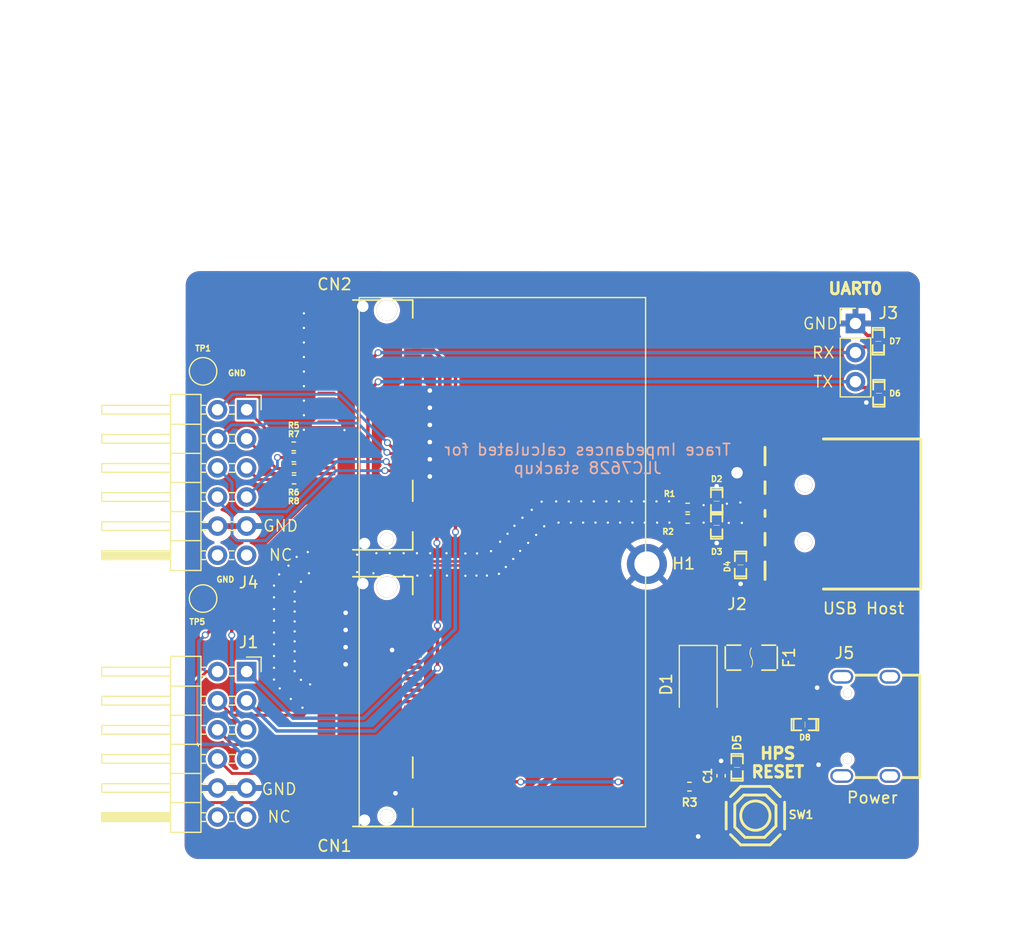
<source format=kicad_pcb>
(kicad_pcb (version 20211014) (generator pcbnew)
  (layers (0 "F.Cu" signal) (1 "In1.Cu" signal) (2 "In2.Cu" signal) (31 "B.Cu" signal) (34 "B.Paste" user) (35 "F.Paste" user) (36 "B.SilkS" user "B.Silkscreen") (37 "F.SilkS" user "F.Silkscreen") (38 "B.Mask" user) (39 "F.Mask" user) (44 "Edge.Cuts" user))
  (net 0 "")
  (net 1 "GND")
  (net 2 "/PB4")
  (net 3 "/PB5")
  (net 4 "/PB7")
  (net 5 "/PB3")
  (net 6 "/PB2")
  (net 7 "/PD19")
  (net 8 "/PB6")
  (net 9 "/PD14")
  (net 10 "/PD21")
  (net 11 "/PD20")
  (net 12 "/PD5")
  (net 13 "/PD22")
  (net 14 "/PD4")
  (net 15 "/PE0")
  (net 16 "/PD3")
  (net 17 "/PE2")
  (net 18 "/PD2")
  (net 19 "/PE1")
  (net 20 "/PE3")
  (net 21 "/PD1")
  (net 22 "/PE4")
  (net 23 "/PD0")
  (net 24 "/PE5")
  (net 25 "/PE7")
  (net 26 "/PD18")
  (net 27 "/PE6")
  (net 28 "/PD17")
  (net 29 "/PE8")
  (net 30 "/PD16")
  (net 31 "/PE9")
  (net 32 "/PD15")
  (net 33 "/PE15")
  (net 34 "/PC5")
  (net 35 "/PE14")
  (net 36 "/PC4")
  (net 37 "/PE16")
  (net 38 "/PC7")
  (net 39 "/PE17")
  (net 40 "/PC3")
  (net 41 "/PE12")
  (net 42 "/PE10")
  (net 43 "/PE11")
  (net 44 "/PE13")
  (net 45 "/PC2")
  (net 46 "/PC6")
  (net 47 "/SDCARD_D1")
  (net 48 "/SDCARD_D0")
  (net 49 "/SDCARD_D3")
  (net 50 "/SDCARD_D2")
  (net 51 "/SDCARD_CMD")
  (net 52 "/RESET")
  (net 53 "/SDCARD_SCK")
  (net 54 "/PG10")
  (net 56 "+5V")
  (net 57 "/PD9_IO_EN")
  (net 58 "/PD13_MISO")
  (net 59 "/PD8_OSD_EN")
  (net 60 "/PD12_MOSI")
  (net 61 "/PG3")
  (net 62 "/PG11")
  (net 63 "/PG4")
  (net 64 "/PG12")
  (net 65 "/PG2")
  (net 66 "/PG13")
  (net 67 "/PG1")
  (net 68 "/PG14")
  (net 69 "/PG0")
  (net 70 "/PG15")
  (net 71 "/PG5")
  (net 72 "/PG17")
  (net 73 "/PG18")
  (net 74 "/USB_HOST_P")
  (net 75 "/PG16")
  (net 76 "/USB_HOST_N")
  (net 77 "/AUDIO_FB")
  (net 78 "/AUDIO_DET")
  (net 79 "/AUDIO_OUT_R")
  (net 80 "/AUDIO_OUT_L")
  (net 81 "/AUDIO_BIAS")
  (net 82 "/PB12")
  (net 83 "/PD11_SCK")
  (net 84 "/PD7_FPGA_EN")
  (net 85 "/PD10_CS")
  (net 86 "/PD6_CORE_RESET")
  (net 87 "/PC0_UART2_TX")
  (net 88 "/PC1_UART2_RX")
  (net 89 "Net-(J4-Pad1)")
  (net 90 "Net-(J4-Pad2)")
  (net 91 "Net-(J4-Pad3)")
  (net 92 "Net-(J4-Pad4)")
  (net 115 "Net-(D1-Pad1)")
  (net 117 "/VBUS")
  (net 118 "/PB11_SDA")
  (net 119 "/PB10_SCL")
  (net 120 "/PB0_SCL")
  (net 121 "/PB1_SDA")
  (net 122 "/PB8_UART0_TX")
  (net 123 "/PB9_UART0_RX")
  (net 124 "Net-(C1-Pad1)")
  (net 125 "/D+")
  (net 126 "/D-")
  (net 127 "/PG6_UART1_TX")
  (net 128 "/PG7_UART1_RX")
  (net 129 "/PG9_UART1_CTS")
  (net 130 "/PG8_UART1_RTS")
  (footprint "TestPoint:TestPoint_Pad_D2.0mm" (layer "F.Cu") (at 116.078 79.502)
    (fp_text reference "TP1")
    (fp_text value "TestPoint")
  )
  (footprint "easyeda2kicad:SW-SMD_4P-L5.1-W5.1-P3.70-LS6.5-TL-2" (layer "F.Cu") (at 164.2884 118.2878)
    (fp_text reference "SW1")
    (fp_text value "TS-1187A-B-A-B")
  )
  (footprint "easyeda2kicad:D0402-BI" (layer "F.Cu") (at 162.9961 96.4094 -90)
    (fp_text reference "D4")
    (fp_text value "LXES15AAA1-133")
  )
  (footprint "easyeda2kicad:D0402-BI" (layer "F.Cu") (at 175.0711 81.4274 -90)
    (fp_text reference "D6")
    (fp_text value "LXES15AAA1-133")
  )
  (footprint "easyeda2kicad:CONN-SMD_67P-P0.50-V_NASB0-S6701-TS50" (layer "F.Cu") (at 130.6201 84.1824 90)
    (fp_text reference "CN2")
    (fp_text value "NASB0-S6701-TS50")
  )
  (footprint "Resistor_SMD:R_0402_1005Metric" (layer "F.Cu") (at 158.369 91.3994 180)
    (fp_text reference "R1")
    (fp_text value "22R")
  )
  (footprint "Diode_SMD:D_SMA" (layer "F.Cu") (at 159.2961 106.8324 -90)
    (fp_text reference "D1")
    (fp_text value "Schottky")
  )
  (footprint "easyeda2kicad:D0402-BI" (layer "F.Cu") (at 162.6874 114.0658 90)
    (fp_text reference "D5")
    (fp_text value "LXES15AAA1-133")
  )
  (footprint "easyeda2kicad:USB-A-SMD_GT-USB-2004-CWG1A" (layer "F.Cu") (at 166.1686 91.9094 90)
    (fp_text reference "J2")
    (fp_text value "USB_A")
  )
  (footprint "Resistor_SMD:R_0402_1005Metric" (layer "F.Cu") (at 123.9921 86.0552 180)
    (fp_text reference "R5")
    (fp_text value "47R")
  )
  (footprint "easyeda2kicad:USB-C_SMD-TYPE-C-31-M-12" (layer "F.Cu") (at 173.549 110.494 90)
    (fp_text reference "J5")
    (fp_text value "Connector_USB_C_Receptacle_USB2.0")
  )
  (footprint "pmod:Pmod 2x6" (layer "F.Cu") (at 119.8753 118.4148 180)
    (fp_text reference "J1")
    (fp_text value "Pmod")
  )
  (footprint "TestPoint:TestPoint_Pad_D2.0mm" (layer "F.Cu") (at 116.078 99.3394)
    (fp_text reference "TP5")
    (fp_text value "TestPoint")
  )
  (footprint "Symbols:OSHW-Symbol_6.7x6mm_SilkScreen" (layer "F.Cu") (at 120.269 75.184)
    (fp_text reference "N1" hide)
    (fp_text value "OHWLOGO" hide)
  )
  (footprint "easyeda2kicad:D0402-BI" (layer "F.Cu") (at 160.909 92.956 -90)
    (fp_text reference "D3")
    (fp_text value "LXES15AAA1-133")
  )
  (footprint "Resistor_SMD:R_0402_1005Metric" (layer "F.Cu") (at 124.0195 87.9856 180)
    (fp_text reference "R6")
    (fp_text value "47R")
  )
  (footprint "easyeda2kicad:F1206" (layer "F.Cu") (at 163.9294 104.4956 180)
    (fp_text reference "F1")
    (fp_text value "JK-NSMD050-30V")
  )
  (footprint "Resistor_SMD:R_0402_1005Metric" (layer "F.Cu") (at 158.5334 115.7578 180)
    (fp_text reference "R3")
    (fp_text value "100R")
  )
  (footprint "easyeda2kicad:D0402-BI" (layer "F.Cu") (at 160.909598 90.829099 90)
    (fp_text reference "D2")
    (fp_text value "LXES15AAA1-133")
  )
  (footprint "Connector_PinHeader_2.54mm:PinHeader_1x03_P2.54mm_Vertical" (layer "F.Cu") (at 173.0211 75.3274)
    (fp_text reference "J3")
    (fp_text value "Conn_01x03_Male")
  )
  (footprint "Capacitor_SMD:C_0402_1005Metric" (layer "F.Cu") (at 161.2934 114.8078 90)
    (fp_text reference "C1")
    (fp_text value "100nF")
  )
  (footprint "pmod:Pmod 2x6" (layer "F.Cu") (at 119.8753 95.5548 180)
    (fp_text reference "J4")
    (fp_text value "Pmod")
  )
  (footprint "easyeda2kicad:CONN-SMD_67P-P0.50-V_NASB0-S6701-TS50" (layer "F.Cu") (at 130.6201 108.3324 90)
    (fp_text reference "CN1")
    (fp_text value "NASB0-S6701-TS50")
  )
  (footprint "Resistor_SMD:R_0402_1005Metric" (layer "F.Cu") (at 158.379 92.3794 180)
    (fp_text reference "R2")
    (fp_text value "22R")
  )
  (footprint "Resistor_SMD:R_0402_1005Metric" (layer "F.Cu") (at 124.0195 88.9508)
    (fp_text reference "R8")
    (fp_text value "47R")
  )
  (footprint "MountingHole:MountingHole_2.2mm_M2_ISO7380_Pad_TopBottom" (layer "F.Cu") (at 154.8201 96.3224)
    (fp_text reference "H1")
    (fp_text value "MountingHole_Pad")
  )
  (footprint "easyeda2kicad:D0402-BI" (layer "F.Cu") (at 168.6087 110.3416 180)
    (fp_text reference "D8")
    (fp_text value "LXES15AAA1-133")
  )
  (footprint "easyeda2kicad:Sipeed Lichee" (layer "F.Cu") (at 129.7051 96.1644 -90)
    (fp_text reference "H2" hide)
    (fp_text value "Sipeed Lichee")
  )
  (footprint "easyeda2kicad:D0402-BI" (layer "F.Cu") (at 175.0211 76.8774 90)
    (fp_text reference "D7")
    (fp_text value "LXES15AAA1-133")
  )
  (footprint "Resistor_SMD:R_0402_1005Metric" (layer "F.Cu") (at 123.9941 87.0204)
    (fp_text reference "R7")
    (fp_text value "47R")
  )
  (gr_arc (start 177.594164 70.7904) (mid 178.353926 71.20359) (end 178.656636 72.013728) (layer "Edge.Cuts") (width 0.00254))
  (gr_line (start 177.594164 70.7904) (end 115.7701 70.7644) (layer "Edge.Cuts") (width 0.00254))
  (gr_arc (start 115.6701 122.0724) (mid 114.821572 121.720928) (end 114.4701 120.8724) (layer "Edge.Cuts") (width 0.00254))
  (gr_arc (start 178.543564 120.7911) (mid 178.199015 121.673253) (end 177.340164 122.0724) (layer "Edge.Cuts") (width 0.00254))
  (gr_line (start 177.340164 122.0724) (end 115.6701 122.0724) (layer "Edge.Cuts") (width 0.00254))
  (gr_line (start 114.4701 120.8724) (end 114.4701 119.5824) (layer "Edge.Cuts") (width 0.00254))
  (gr_line (start 178.543564 120.7911) (end 178.656636 72.013728) (layer "Edge.Cuts") (width 0.00254))
  (gr_line (start 114.568628 71.962928) (end 114.4701 119.5824) (layer "Edge.Cuts") (width 0.00254))
  (gr_arc (start 114.568628 71.962928) (mid 114.920698 71.114367) (end 115.7701 70.7644) (layer "Edge.Cuts") (width 0.00254))
  (gr_text "Trace Impedances calculated for\nJLC7628 stackup" (at 149.6441 87.1474) (layer "B.SilkS") (effects (font (size 1 1)) (justify mirror)))
  (gr_text "GND" (at 122.7201 115.9764) (layer "F.SilkS") (effects (font (size 1 1) (thickness 0.125))))
  (gr_text "UART0" (at 173.0121 72.2884) (layer "F.SilkS") (effects (font (size 1 1) (thickness 0.25))))
  (gr_text "HPS\nRESET" (at 166.243 113.665) (layer "F.SilkS") (effects (font (size 1 1) (thickness 0.25))))
  (gr_text "Power" (at 174.498 116.713) (layer "F.SilkS") (effects (font (size 1 1))))
  (gr_text "RX" (at 170.2181 77.8764) (layer "F.SilkS") (effects (font (size 1 1) (thickness 0.125))))
  (gr_text "GND" (at 122.8471 92.9894) (layer "F.SilkS") (effects (font (size 1 1) (thickness 0.125))))
  (gr_text "NC\n" (at 122.7201 118.3894) (layer "F.SilkS") (effects (font (size 1 1) (thickness 0.125))))
  (gr_text "GND" (at 169.9641 75.3364) (layer "F.SilkS") (effects (font (size 1 1) (thickness 0.125))))
  (gr_text "GND" (at 118.023276 97.67123) (layer "F.SilkS") (effects (font (size 0.5 0.5) (thickness 0.125))))
  (gr_text "NC\n" (at 122.8471 95.5294) (layer "F.SilkS") (effects (font (size 1 1) (thickness 0.125))))
  (gr_text "USB Host" (at 173.736 100.203) (layer "F.SilkS") (effects (font (size 1 1))))
  (gr_text "TX" (at 170.2181 80.4164) (layer "F.SilkS") (effects (font (size 1 1) (thickness 0.125))))
  (gr_text "GND" (at 119.0371 79.6544) (layer "F.SilkS") (effects (font (size 0.5 0.5) (thickness 0.125))))
  (segment (start 126.8501 98.7024) (end 127.5701 97.9824) (width 0.25) (layer "F.Cu") (net 1))
  (segment (start 169.6755 107.1158) (end 169.9537 107.394) (width 0.4) (layer "F.Cu") (net 1))
  (segment (start 161.2934 113.5078) (end 162.6294 113.5078) (width 0.25) (layer "F.Cu") (net 1))
  (segment (start 133.3701 116.8324) (end 132.8701 116.3324) (width 0.3) (layer "F.Cu") (net 1))
  (segment (start 134.4001 84.1824) (end 135.8701 84.1824) (width 0.25) (layer "F.Cu") (net 1))
  (segment (start 159.3234 120.1378) (end 159.2934 120.1078) (width 0.3) (layer "F.Cu") (net 1))
  (segment (start 134.4001 88.6824) (end 135.8701 88.6824) (width 0.25) (layer "F.Cu") (net 1))
  (segment (start 127.5701 118.6824) (end 130.1701 118.6824) (width 1) (layer "F.Cu") (net 1))
  (segment (start 126.8501 99.0824) (end 126.8501 98.7024) (width 0.25) (layer "F.Cu") (net 1))
  (segment (start 126.8501 100.5824) (end 128.5201 100.5824) (width 0.25) (layer "F.Cu") (net 1))
  (segment (start 174.0711 76.3774) (end 173.0211 75.3274) (width 0.3) (layer "F.Cu") (net 1))
  (segment (start 169.925686 113.8468) (end 170.178486 113.594) (width 0.4) (layer "F.Cu") (net 1))
  (segment (start 127.5701 73.8324) (end 130.0201 73.8324) (width 1) (layer "F.Cu") (net 1))
  (segment (start 126.8501 74.5524) (end 127.5701 73.8324) (width 0.25) (layer "F.Cu") (net 1))
  (segment (start 126.8501 105.0824) (end 128.5201 105.0824) (width 0.25) (layer "F.Cu") (net 1))
  (segment (start 127.5701 97.9824) (end 129.9701 97.9824) (width 1) (layer "F.Cu") (net 1))
  (segment (start 169.9537 107.394) (end 171.069 107.394) (width 0.4) (layer "F.Cu") (net 1))
  (segment (start 127.5701 94.5324) (end 130.1701 94.5324) (width 1) (layer "F.Cu") (net 1))
  (segment (start 160.9884 120.1378) (end 159.3234 120.1378) (width 0.3) (layer "F.Cu") (net 1))
  (segment (start 161.2934 114.3278) (end 161.2934 113.5078) (width 0.3) (layer "F.Cu") (net 1))
  (segment (start 170.178486 113.594) (end 171.069 113.594) (width 0.4) (layer "F.Cu") (net 1))
  (segment (start 126.8201 95.2824) (end 127.5701 94.5324) (width 0.25) (layer "F.Cu") (net 1))
  (segment (start 134.4001 85.6824) (end 135.8701 85.6824) (width 0.25) (layer "F.Cu") (net 1))
  (segment (start 125.3201 97.1324) (end 125.7681 96.8756) (width 0.25) (layer "F.Cu") (net 1))
  (segment (start 167.5884 120.1378) (end 160.9884 120.1378) (width 0.3) (layer "F.Cu") (net 1))
  (segment (start 125.2201 95.2824) (end 125.7681 95.6056) (width 0.25) (layer "F.Cu") (net 1))
  (segment (start 134.3901 82.6824) (end 135.8701 82.6824) (width 0.25) (layer "F.Cu") (net 1))
  (segment (start 169.8025 113.8468) (end 169.925686 113.8468) (width 0.4) (layer "F.Cu") (net 1))
  (segment (start 169.8053 113.844) (end 169.8025 113.8468) (width 0.4) (layer "F.Cu") (net 1))
  (segment (start 163.2061 88.3494) (end 165.2086 88.3494) (width 1) (layer "F.Cu") (net 1))
  (segment (start 134.4001 87.1824) (end 135.8701 87.1824) (width 0.25) (layer "F.Cu") (net 1))
  (segment (start 129.3749 96.8756) (end 130.0201 98.0324) (width 0.25) (layer "F.Cu") (net 1))
  (segment (start 169.7037 107.144) (end 169.6755 107.1158) (width 0.4) (layer "F.Cu") (net 1))
  (segment (start 171.069 107.144) (end 169.7037 107.144) (width 0.4) (layer "F.Cu") (net 1))
  (segment (start 129.9701 97.9824) (end 130.0201 98.0324) (width 1) (layer "F.Cu") (net 1))
  (segment (start 134.4001 116.3324) (end 132.8701 116.3324) (width 0.3) (layer "F.Cu") (net 1))
  (segment (start 162.687 88.3594) (end 163.2061 88.3494) (width 1) (layer "F.Cu") (net 1))
  (segment (start 128.2201 84.4324) (end 128.4201 84.6324) (width 0.25) (layer "F.Cu") (net 1))
  (segment (start 130.1369 95.6056) (end 131.2076 95.3824) (width 0.25) (layer "F.Cu") (net 1))
  (segment (start 125.7681 96.8756) (end 129.3749 96.8756) (width 0.25) (layer "F.Cu") (net 1))
  (segment (start 126.8401 102.0824) (end 128.5201 102.0824) (width 0.25) (layer "F.Cu") (net 1))
  (segment (start 175.0711 81.9274) (end 174.2711 81.9274) (width 0.25) (layer "F.Cu") (net 1))
  (segment (start 134.3901 81.1824) (end 135.8701 81.1824) (width 0.25) (layer "F.Cu") (net 1))
  (segment (start 126.8501 84.4324) (end 128.2201 84.4324) (width 0.25) (layer "F.Cu") (net 1))
  (segment (start 171.069 113.844) (end 169.8053 113.844) (width 0.4) (layer "F.Cu") (net 1))
  (segment (start 125.7681 95.6056) (end 130.1369 95.6056) (width 0.25) (layer "F.Cu") (net 1))
  (segment (start 171.069 107.144) (end 171.069 107.394) (width 0.4) (layer "F.Cu") (net 1))
  (segment (start 126.8501 103.5824) (end 128.5201 103.5824) (width 0.25) (layer "F.Cu") (net 1))
  (segment (start 125.2201 95.2824) (end 126.8201 95.2824) (width 0.25) (layer "F.Cu") (net 1))
  (segment (start 134.3901 103.8324) (end 132.5753 103.8324) (width 0.25) (layer "F.Cu") (net 1))
  (segment (start 175.0211 76.3774) (end 174.0711 76.3774) (width 0.3) (layer "F.Cu") (net 1))
  (segment (start 162.6294 113.5078) (end 162.6874 113.5658) (width 0.25) (layer "F.Cu") (net 1))
  (segment (start 134.4001 116.8324) (end 133.3701 116.8324) (width 0.3) (layer "F.Cu") (net 1))
  (segment (start 126.8501 74.9324) (end 126.8501 74.5524) (width 0.25) (layer "F.Cu") (net 1))
  (segment (start 174.2711 81.9274) (end 173.9711 82.2274) (width 0.25) (layer "F.Cu") (net 1))
  (via (at 137.3251 95.3824) (size 0.45) (drill 0.2) (layers "F.Cu" "B.Cu") (net 1))
  (via (at 133.5826 95.3824) (size 0.45) (drill 0.2) (layers "F.Cu" "B.Cu") (net 1))
  (via (at 122.2701 103.3324) (size 0.45) (drill 0.2) (layers "F.Cu" "B.Cu") (net 1))
  (via (at 124.6201 97.8824) (size 0.45) (drill 0.2) (layers "F.Cu" "B.Cu") (net 1))
  (via (at 140.8557 97.3324) (size 0.45) (drill 0.2) (layers "F.Cu" "B.Cu") (net 1))
  (via (at 150.184427 90.8608) (size 0.45) (drill 0.2) (layers "F.Cu" "B.Cu") (net 1))
  (via (at 155.656972 90.8608) (size 0.45) (drill 0.2) (layers "F.Cu" "B.Cu") (net 1))
  (via (at 124.6201 106.4324) (size 0.45) (drill 0.2) (layers "F.Cu" "B.Cu") (net 1))
  (via (at 163.1061 92.7354) (size 0.45) (drill 0.2) (layers "F.Cu" "B.Cu") (net 1))
  (via (at 160.909 94.488) (size 0.6) (drill 0.4) (layers "F.Cu" "B.Cu") (net 1))
  (via (at 148.180136 92.71) (size 0.45) (drill 0.2) (layers "F.Cu" "B.Cu") (net 1))
  (via (at 124.8791 74.4474) (size 0.45) (drill 0.2) (layers "F.Cu" "B.Cu") (net 1))
  (via (at 155.712388 92.71) (size 0.45) (drill 0.2) (layers "F.Cu" "B.Cu") (net 1))
  (via (at 125.2201 95.2824) (size 0.45) (drill 0.2) (layers "F.Cu" "B.Cu") (net 1))
  (via (at 135.8701 87.1824) (size 0.6) (drill 0.4) (layers "F.Cu" "B.Cu") (net 1))
  (via (at 135.8701 88.6824) (size 0.6) (drill 0.4) (layers "F.Cu" "B.Cu") (net 1))
  (via (at 134.7826 97.3324) (size 0.45) (drill 0.2) (layers "F.Cu" "B.Cu") (net 1))
  (via (at 162.9961 98.0594) (size 0.6) (drill 0.4) (layers "F.Cu" "B.Cu") (net 1))
  (via (at 124.8791 83.3374) (size 0.45) (drill 0.2) (layers "F.Cu" "B.Cu") (net 1))
  (via (at 159.766 91.186) (size 0.45) (drill 0.2) (layers "F.Cu" "B.Cu") (net 1))
  (via (at 132.3701 95.3824) (size 0.45) (drill 0.2) (layers "F.Cu" "B.Cu") (net 1))
  (via (at 124.0701 98.7324) (size 0.45) (drill 0.2) (layers "F.Cu" "B.Cu") (net 1))
  (via (at 156.788424 92.71) (size 0.45) (drill 0.2) (layers "F.Cu" "B.Cu") (net 1))
  (via (at 124.7521 108.8644) (size 0.45) (drill 0.2) (layers "F.Cu" "B.Cu") (net 1))
  (via (at 143.154758 95.883) (size 0.45) (drill 0.2) (layers "F.Cu" "B.Cu") (net 1))
  (via (at 122.7701 107.1824) (size 0.45) (drill 0.2) (layers "F.Cu" "B.Cu") (net 1))
  (via (at 130.0201 98.0324) (size 1.3) (drill 1) (layers "F.Cu" "B.Cu") (net 1))
  (via (at 124.0701 100.4699) (size 0.45) (drill 0.2) (layers "F.Cu" "B.Cu") (net 1))
  (via (at 159.766 92.71) (size 0.45) (drill 0.2) (layers "F.Cu" "B.Cu") (net 1))
  (via (at 161.9641 92.7354) (size 0.45) (drill 0.2) (layers "F.Cu" "B.Cu") (net 1))
  (via (at 144.7673 91.5924) (size 0.45) (drill 0.2) (layers "F.Cu" "B.Cu") (net 1))
  (via (at 122.2701 99.2324) (size 0.45) (drill 0.2) (layers "F.Cu" "B.Cu") (net 1))
  (via (at 124.0701 103.07615) (size 0.45) (drill 0.2) (layers "F.Cu" "B.Cu") (net 1))
  (via (at 125.3201 97.1324) (size 0.45) (drill 0.2) (layers "F.Cu" "B.Cu") (net 1))
  (via (at 144.454758 94.483) (size 0.45) (drill 0.2) (layers "F.Cu" "B.Cu") (net 1))
  (via (at 156.751481 90.8608) (size 0.45) (drill 0.2) (layers "F.Cu" "B.Cu") (net 1))
  (via (at 145.854758 93.033) (size 0.45) (drill 0.2) (layers "F.Cu" "B.Cu") (net 1))
  (via (at 124.0701 101.33865) (size 0.45) (drill 0.2) (layers "F.Cu" "B.Cu") (net 1))
  (via (at 137.3626 97.3324) (size 0.45) (drill 0.2) (layers "F.Cu" "B.Cu") (net 1))
  (via (at 124.0701 99.60115) (size 0.45) (drill 0.2) (layers "F.Cu" "B.Cu") (net 1))
  (via (at 147.1041 92.71) (size 0.45) (drill 0.2) (layers "F.Cu" "B.Cu") (net 1))
  (via (at 162.687 88.3594) (size 1.3) (drill 1) (layers "F.Cu" "B.Cu") (net 1))
  (via (at 135.8701 81.1824) (size 0.6) (drill 0.4) (layers "F.Cu" "B.Cu") (net 1))
  (via (at 124.0701 105.6824) (size 0.45) (drill 0.2) (layers "F.Cu" "B.Cu") (net 1))
  (via (at 153.467954 90.8608) (size 0.45) (drill 0.2) (layers "F.Cu" "B.Cu") (net 1))
  (via (at 124.8791 84.6074) (size 0.45) (drill 0.2) (layers "F.Cu" "B.Cu") (net 1))
  (via (at 128.5201 100.5824) (size 0.6) (drill 0.4) (layers "F.Cu" "B.Cu") (net 1))
  (via (at 124.8791 82.0674) (size 0.45) (drill 0.2) (layers "F.Cu" "B.Cu") (net 1))
  (via (at 141.904758 97.183) (size 0.45) (drill 0.2) (layers "F.Cu" "B.Cu") (net 1))
  (via (at 150.332208 92.71) (size 0.45) (drill 0.2) (layers "F.Cu" "B.Cu") (net 1))
  (via (at 124.8791 75.7174) (size 0.45) (drill 0.2) (layers "F.Cu" "B.Cu") (net 1))
  (via (at 124.0701 104.81365) (size 0.45) (drill 0.2) (layers "F.Cu" "B.Cu") (net 1))
  (via (at 132.8701 116.3324) (size 0.6) (drill 0.4) (layers "F.Cu" "B.Cu") (net 1))
  (via (at 161.2934 113.5078) (size 0.6) (drill 0.4) (layers "F.Cu" "B.Cu") (net 1))
  (via (at 135.8701 82.6824) (size 0.6) (drill 0.4) (layers "F.Cu" "B.Cu") (net 1))
  (via (at 130.1701 94.5324) (size 1.3) (drill 1) (layers "F.Cu" "B.Cu") (net 1))
  (via (at 134.7451 95.3824) (size 0.45) (drill 0.2) (layers "F.Cu" "B.Cu") (net 1))
  (via (at 128.4201 84.6324) (size 0.45) (drill 0.2) (layers "F.Cu" "B.Cu") (net 1))
  (via (at 169.8025 113.8468) (size 0.6) (drill 0.4) (layers "F.Cu" "B.Cu") (net 1))
  (via (at 124.0701 102.2074) (size 0.45) (drill 0.2) (layers "F.Cu" "B.Cu") (net 1))
  (via (at 160.909 89.535) (size 0.6) (drill 0.4) (layers "F.Cu" "B.Cu") (net 1))
  (via (at 149.256172 92.71) (size 0.45) (drill 0.2) (layers "F.Cu" "B.Cu") (net 1))
  (via (at 138.9761 97.3524) (size 0.45) (drill 0.2) (layers "F.Cu" "B.Cu") (net 1))
  (via (at 143.254758 92.983) (size 0.45) (drill 0.2) (layers "F.Cu" "B.Cu") (net 1))
  (via (at 122.2701 98.2074) (size 0.45) (drill 0.2) (layers "F.Cu" "B.Cu") (net 1))
  (via (at 143.954758 92.283) (size 0.45) (drill 0.2) (layers "F.Cu" "B.Cu") (net 1))
  (via (at 124.2441 95.7072) (size 0.45) (drill 0.2) (layers "F.Cu" "B.Cu") (net 1))
  (via (at 128.5201 102.0824) (size 0.6) (drill 0.4) (layers "F.Cu" "B.Cu") (net 1))
  (via (at 142.654758 93.683) (size 0.45) (drill 0.2) (layers "F.Cu" "B.Cu") (net 1))
  (via (at 122.2701 104.3574) (size 0.45) (drill 0.2) (layers "F.Cu" "B.Cu") (net 1))
  (via (at 122.2701 101.2824) (size 0.45) (drill 0.2) (layers "F.Cu" "B.Cu") (net 1))
  (via (at 149.089918 90.8608) (size 0.45) (drill 0.2) (layers "F.Cu" "B.Cu") (net 1))
  (via (at 152.373445 90.8608) (size 0.45) (drill 0.2) (layers "F.Cu" "B.Cu") (net 1))
  (via (at 141.2113 95.1992) (size 0.45) (drill 0.2) (layers "F.Cu" "B.Cu") (net 1))
  (via (at 128.5201 105.0824) (size 0.6) (drill 0.4) (layers "F.Cu" "B.Cu") (net 1))
  (via (at 130.0201 73.8324) (size 1.3) (drill 1) (layers "F.Cu" "B.Cu") (net 1))
  (via (at 143.754758 95.183) (size 0.45) (drill 0.2) (layers "F.Cu" "B.Cu") (net 1))
  (via (at 135.8701 84.1824) (size 0.6) (drill 0.4) (layers "F.Cu" "B.Cu") (net 1))
  (via (at 132.5753 103.8324) (size 0.6) (drill 0.4) (layers "F.Cu" "B.Cu") (net 1))
  (via (at 142.504758 96.583) (size 0.45) (drill 0.2) (layers "F.Cu" "B.Cu") (net 1))
  (via (at 145.6309 90.8812) (size 0.45) (drill 0.2) (layers "F.Cu" "B.Cu") (net 1))
  (via (at 154.636352 92.71) (size 0.45) (drill 0.2) (layers "F.Cu" "B.Cu") (net 1))
  (via (at 147.995409 90.8608) (size 0.45) (drill 0.2) (layers "F.Cu" "B.Cu") (net 1))
  (via (at 122.2701 106.4074) (size 0.45) (drill 0.2) (layers "F.Cu" "B.Cu") (net 1))
  (via (at 133.6201 97.3324) (size 0.45) (drill 0.2) (layers "F.Cu" "B.Cu") (net 1))
  (via (at 131.2076 95.3824) (size 0.45) (drill 0.2) (layers "F.Cu" "B.Cu") (net 1))
  (via (at 153.560316 92.71) (size 0.45) (drill 0.2) (layers "F.Cu" "B.Cu") (net 1))
  (via (at 128.5201 103.5824) (size 0.6) (drill 0.4) (layers "F.Cu" "B.Cu") (net 1))
  (via (at 152.48428 92.71) (size 0.45) (drill 0.2) (layers "F.Cu" "B.Cu") (net 1))
  (via (at 130.1701 118.6824) (size 1.3) (drill 1) (layers "F.Cu" "B.Cu") (net 1))
  (via (at 122.2701 105.3824) (size 0.45) (drill 0.2) (layers "F.Cu" "B.Cu") (net 1))
  (via (at 151.278936 90.8608) (size 0.45) (drill 0.2) (layers "F.Cu" "B.Cu") (net 1))
  (via (at 129.5273 97.028) (size 0.45) (drill 0.2) (layers "F.Cu" "B.Cu") (net 1))
  (via (at 124.8791 80.7974) (size 0.45) (drill 0.2) (layers "F.Cu" "B.Cu") (net 1))
  (via (at 124.8791 79.5274) (size 0.45) (drill 0.2) (layers "F.Cu" "B.Cu") (net 1))
  (via (at 123.7361 108.1024) (size 0.45) (drill 0.2) (layers "F.Cu" "B.Cu") (net 1))
  (via (at 135.8701 85.6824) (size 0.6) (drill 0.4) (layers "F.Cu" "B.Cu") (net 1))
  (via (at 135.9451 97.3324) (size 0.45) (drill 0.2) (layers "F.Cu" "B.Cu") (net 1))
  (via (at 138.9761 95.4024) (size 0.45) (drill 0.2) (layers "F.Cu" "B.Cu") (net 1))
  (via (at 130.9497 97.1296) (size 0.45) (drill 0.2) (layers "F.Cu" "B.Cu") (net 1))
  (via (at 129.5273 95.504) (size 0.45) (drill 0.2) (layers "F.Cu" "B.Cu") (net 1))
  (via (at 142.004758 94.383) (size 0.45) (drill 0.2) (layers "F.Cu" "B.Cu") (net 1))
  (via (at 125.4201 106.8324) (size 0.45) (drill 0.2) (layers "F.Cu" "B.Cu") (net 1))
  (via (at 123.5329 96.4692) (size 0.45) (drill 0.2) (layers "F.Cu" "B.Cu") (net 1))
  (via (at 169.6755 107.1158) (size 0.6) (drill 0.4) (layers "F.Cu" "B.Cu") (net 1))
  (via (at 146.9009 90.8608) (size 0.45) (drill 0.2) (layers "F.Cu" "B.Cu") (net 1))
  (via (at 173.9711 82.2274) (size 0.6) (drill 0.4) (layers "F.Cu" "B.Cu") (net 1))
  (via (at 124.8791 76.9874) (size 0.45) (drill 0.2) (layers "F.Cu" "B.Cu") (net 1))
  (via (at 124.8791 78.2574) (size 0.45) (drill 0.2) (layers "F.Cu" "B.Cu") (net 1))
  (via (at 139.9921 95.4024) (size 0.45) (drill 0.2) (layers "F.Cu" "B.Cu") (net 1))
  (via (at 159.2934 120.1078) (size 0.6) (drill 0.4) (layers "F.Cu" "B.Cu") (net 1))
  (via (at 122.2701 100.2574) (size 0.45) (drill 0.2) (layers "F.Cu" "B.Cu") (net 1))
  (via (at 124.0701 103.9449) (size 0.45) (drill 0.2) (layers "F.Cu" "B.Cu") (net 1))
  (via (at 161.798 91.059) (size 0.45) (drill 0.2) (layers "F.Cu" "B.Cu") (net 1))
  (via (at 154.562463 90.8608) (size 0.45) (drill 0.2) (layers "F.Cu" "B.Cu") (net 1))
  (via (at 139.9413 97.3324) (size 0.45) (drill 0.2) (layers "F.Cu" "B.Cu") (net 1))
  (via (at 145.154758 93.783) (size 0.45) (drill 0.2) (layers "F.Cu" "B.Cu") (net 1))
  (via (at 151.408244 92.71) (size 0.45) (drill 0.2) (layers "F.Cu" "B.Cu") (net 1))
  (via (at 122.2701 102.3074) (size 0.45) (drill 0.2) (layers "F.Cu" "B.Cu") (net 1))
  (via (at 122.7201 97.2312) (size 0.45) (drill 0.2) (layers "F.Cu" "B.Cu") (net 1))
  (via (at 162.9761 90.9574) (size 0.45) (drill 0.2) (layers "F.Cu" "B.Cu") (net 1))
  (via (at 135.9076 95.3824) (size 0.45) (drill 0.2) (layers "F.Cu" "B.Cu") (net 1))
  (segment (start 157.607 115.3414) (end 158.0234 115.7578) (width 0.4) (layer "F.Cu") (net 52))
  (segment (start 152.3111 115.3414) (end 157.607 115.3414) (width 0.4) (layer "F.Cu") (net 52))
  (segment (start 143.7931 115.3324) (end 143.8021 115.3414) (width 0.3) (layer "F.Cu") (net 52))
  (segment (start 134.4001 115.3324) (end 143.7931 115.3324) (width 0.3) (layer "F.Cu") (net 52))
  (via (at 143.8021 115.3414) (size 0.6) (drill 0.4) (layers "F.Cu" "B.Cu") (net 52))
  (via (at 152.3111 115.3414) (size 0.6) (drill 0.4) (layers "F.Cu" "B.Cu") (net 52))
  (segment (start 143.8021 115.3414) (end 152.3111 115.3414) (width 0.3) (layer "B.Cu") (net 52))
  (segment (start 136.7761 117.3324) (end 137.0701 117.3324) (width 0.3) (layer "F.Cu") (net 56))
  (segment (start 169.9041 113.034) (end 168.9603 112.0902) (width 0.4) (layer "F.Cu") (net 56))
  (segment (start 137.0951 117.3074) (end 136.8701 117.5324) (width 0.3) (layer "F.Cu") (net 56))
  (segment (start 169.3915 107.984) (end 171.029 107.984) (width 0.4) (layer "F.Cu") (net 56))
  (segment (start 161.544 109.22) (end 161.7411 109.0229) (width 0.4) (layer "F.Cu") (net 56))
  (segment (start 159.6837 109.22) (end 161.544 109.22) (width 0.4) (layer "F.Cu") (net 56))
  (segment (start 152.4701 108.8324) (end 159.2961 108.8324) (width 0.6) (layer "F.Cu") (net 56))
  (segment (start 169.3915 107.984) (end 169.3915 112.1465) (width 0.4) (layer "F.Cu") (net 56))
  (segment (start 162.4544 108.3524) (end 161.544 109.22) (width 0.4) (layer "F.Cu") (net 56))
  (segment (start 168.9603 112.0902) (end 168.9603 108.204) (width 0.4) (layer "F.Cu") (net 56))
  (segment (start 161.3917 108.8324) (end 162.37551 107.980935) (width 0.4) (layer "F.Cu") (net 56))
  (segment (start 169.1461 111.6156) (end 169.1929 111.6624) (width 0.4) (layer "F.Cu") (net 56))
  (segment (start 169.1461 108.204) (end 169.1461 111.6156) (width 0.4) (layer "F.Cu") (net 56))
  (segment (start 170.029 112.784) (end 171.069 112.784) (width 0.4) (layer "F.Cu") (net 56))
  (segment (start 162.37551 107.980935) (end 169.3915 107.984) (width 0.4) (layer "F.Cu") (net 56))
  (segment (start 137.0701 117.3324) (end 137.0951 117.3074) (width 0.3) (layer "F.Cu") (net 56))
  (segment (start 169.3915 112.1465) (end 169.3915 112.115) (width 0.4) (layer "F.Cu") (net 56))
  (segment (start 143.9701 117.3324) (end 152.4701 108.8324) (width 0.6) (layer "F.Cu") (net 56))
  (segment (start 171.069 108.204) (end 169.1461 108.204) (width 0.4) (layer "F.Cu") (net 56))
  (segment (start 134.4001 117.3324) (end 136.7761 117.3324) (width 0.3) (layer "F.Cu") (net 56))
  (segment (start 159.2961 108.8324) (end 161.3917 108.8324) (width 0.4) (layer "F.Cu") (net 56))
  (segment (start 169.9341 113.004) (end 169.9041 113.034) (width 0.4) (layer "F.Cu") (net 56))
  (segment (start 161.544 109.22) (end 161.7411 108.8324) (width 0.4) (layer "F.Cu") (net 56))
  (segment (start 169.1461 108.204) (end 168.9603 108.204) (width 0.4) (layer "F.Cu") (net 56))
  (segment (start 169.3915 112.1465) (end 170.029 112.784) (width 0.4) (layer "F.Cu") (net 56))
  (segment (start 159.2961 108.8324) (end 159.6837 109.22) (width 0.4) (layer "F.Cu") (net 56))
  (segment (start 171.069 113.004) (end 169.9341 113.004) (width 0.4) (layer "F.Cu") (net 56))
  (segment (start 168.9603 108.204) (end 162.179 108.204) (width 0.4) (layer "F.Cu") (net 56))
  (segment (start 169.3915 112.115) (end 169.1929 111.9164) (width 0.4) (layer "F.Cu") (net 56))
  (segment (start 136.7761 117.3324) (end 143.9701 117.3324) (width 0.6) (layer "F.Cu") (net 56))
  (segment (start 136.8701 117.5324) (end 133.7701 117.5324) (width 0.3) (layer "F.Cu") (net 56))
  (segment (start 134.4001 88.1824) (end 131.958325 88.1824) (width 0.25) (layer "F.Cu") (net 57))
  (segment (start 131.958325 88.1824) (end 131.94853 88.172605) (width 0.25) (layer "F.Cu") (net 57))
  (via (at 131.94853 88.172605) (size 0.6) (drill 0.4) (layers "F.Cu" "B.Cu") (net 57))
  (segment (start 119.0117 94.2848) (end 118.6053 93.8784) (width 0.25) (layer "B.Cu") (net 57))
  (segment (start 117.3353 90.7796) (end 117.3353 90.4748) (width 0.25) (layer "B.Cu") (net 57))
  (segment (start 118.6053 93.8784) (end 118.6053 92.0496) (width 0.25) (layer "B.Cu") (net 57))
  (segment (start 118.6053 92.0496) (end 117.3353 90.7796) (width 0.25) (layer "B.Cu") (net 57))
  (segment (start 127.680629 88.172605) (end 124.108434 91.7448) (width 0.25) (layer "B.Cu") (net 57))
  (segment (start 124.108434 91.7448) (end 124.0917 91.7448) (width 0.25) (layer "B.Cu") (net 57))
  (segment (start 131.94853 88.172605) (end 127.680629 88.172605) (width 0.25) (layer "B.Cu") (net 57))
  (segment (start 124.0917 91.7448) (end 121.5517 94.2848) (width 0.25) (layer "B.Cu") (net 57))
  (segment (start 121.5517 94.2848) (end 119.0117 94.2848) (width 0.25) (layer "B.Cu") (net 57))
  (segment (start 126.8501 87.9324) (end 125.8251 87.9324) (width 0.25) (layer "F.Cu") (net 58))
  (segment (start 125.8251 87.9324) (end 124.8067 88.9508) (width 0.25) (layer "F.Cu") (net 58))
  (segment (start 124.8067 88.9508) (end 124.5295 88.9508) (width 0.25) (layer "F.Cu") (net 58))
  (segment (start 134.4001 87.6824) (end 132.3701 87.6824) (width 0.25) (layer "F.Cu") (net 59))
  (segment (start 132.3701 87.6824) (end 132.0701 87.3824) (width 0.25) (layer "F.Cu") (net 59))
  (via (at 132.0701 87.3824) (size 0.6) (drill 0.4) (layers "F.Cu" "B.Cu") (net 59))
  (segment (start 118.6053 89.2048) (end 117.3353 87.9348) (width 0.25) (layer "B.Cu") (net 59))
  (segment (start 132.0701 87.3824) (end 127.7429 87.3824) (width 0.25) (layer "B.Cu") (net 59))
  (segment (start 123.3805 91.7448) (end 119.0625 91.7448) (width 0.25) (layer "B.Cu") (net 59))
  (segment (start 119.0625 91.7448) (end 118.6053 91.2876) (width 0.25) (layer "B.Cu") (net 59))
  (segment (start 127.7429 87.3824) (end 123.3805 91.7448) (width 0.25) (layer "B.Cu") (net 59))
  (segment (start 118.6053 91.2876) (end 118.6053 89.2048) (width 0.25) (layer "B.Cu") (net 59))
  (segment (start 125.0883 87.4268) (end 124.5295 87.9856) (width 0.25) (layer "F.Cu") (net 60))
  (segment (start 125.7895 87.4268) (end 125.0883 87.4268) (width 0.25) (layer "F.Cu") (net 60))
  (segment (start 126.8501 87.4324) (end 125.7951 87.4324) (width 0.25) (layer "F.Cu") (net 60))
  (segment (start 125.7951 87.4324) (end 125.7895 87.4268) (width 0.25) (layer "F.Cu") (net 60))
  (segment (start 157.55 91.7084) (end 157.859 91.3994) (width 0.225) (layer "F.Cu") (net 74))
  (segment (start 124.657198 108.0084) (end 123.0041 106.355302) (width 0.225) (layer "F.Cu") (net 74))
  (segment (start 123.0041 97.979498) (end 124.887198 96.0964) (width 0.225) (layer "F.Cu") (net 74))
  (segment (start 126.8501 108.0824) (end 125.687599 108.0824) (width 0.225) (layer "F.Cu") (net 74))
  (segment (start 125.687599 108.0824) (end 125.613599 108.0084) (width 0.225) (layer "F.Cu") (net 74))
  (segment (start 141.335198 96.0964) (end 145.723198 91.7084) (width 0.225) (layer "F.Cu") (net 74))
  (segment (start 124.887198 96.0964) (end 141.335198 96.0964) (width 0.225) (layer "F.Cu") (net 74))
  (segment (start 145.723198 91.7084) (end 157.55 91.7084) (width 0.225) (layer "F.Cu") (net 74))
  (segment (start 125.613599 108.0084) (end 124.657198 108.0084) (width 0.225) (layer "F.Cu") (net 74))
  (segment (start 123.0041 106.355302) (end 123.0041 97.979498) (width 0.225) (layer "F.Cu") (net 74))
  (segment (start 157.55 92.0604) (end 157.869 92.3794) (width 0.225) (layer "F.Cu") (net 76))
  (segment (start 145.869002 92.0604) (end 157.55 92.0604) (width 0.225) (layer "F.Cu") (net 76))
  (segment (start 123.3561 106.209498) (end 123.3561 98.125302) (width 0.225) (layer "F.Cu") (net 76))
  (segment (start 126.8501 107.5824) (end 125.687599 107.5824) (width 0.225) (layer "F.Cu") (net 76))
  (segment (start 125.613599 107.6564) (end 124.803002 107.6564) (width 0.225) (layer "F.Cu") (net 76))
  (segment (start 124.803002 107.6564) (end 123.3561 106.209498) (width 0.225) (layer "F.Cu") (net 76))
  (segment (start 125.033002 96.4484) (end 141.481002 96.4484) (width 0.225) (layer "F.Cu") (net 76))
  (segment (start 141.481002 96.4484) (end 145.869002 92.0604) (width 0.225) (layer "F.Cu") (net 76))
  (segment (start 123.3561 98.125302) (end 125.033002 96.4484) (width 0.225) (layer "F.Cu") (net 76))
  (segment (start 125.687599 107.5824) (end 125.613599 107.6564) (width 0.225) (layer "F.Cu") (net 76))
  (segment (start 126.8501 86.9324) (end 124.5921 86.9324) (width 0.25) (layer "F.Cu") (net 83))
  (segment (start 124.5921 86.9324) (end 124.5041 87.0204) (width 0.25) (layer "F.Cu") (net 83))
  (segment (start 134.4001 86.6824) (end 132.236922 86.6824) (width 0.25) (layer "F.Cu") (net 84))
  (segment (start 132.236922 86.6824) (end 132.128511 86.573989) (width 0.25) (layer "F.Cu") (net 84))
  (via (at 132.128511 86.573989) (size 0.6) (drill 0.4) (layers "F.Cu" "B.Cu") (net 84))
  (segment (start 132.128511 86.573989) (end 129.577722 84.0232) (width 0.25) (layer "B.Cu") (net 84))
  (segment (start 121.5517 84.0232) (end 121.3993 84.1756) (width 0.25) (layer "B.Cu") (net 84))
  (segment (start 118.5545 84.1756) (end 117.3353 85.3948) (width 0.25) (layer "B.Cu") (net 84))
  (segment (start 129.577722 84.0232) (end 121.5517 84.0232) (width 0.25) (layer "B.Cu") (net 84))
  (segment (start 121.3993 84.1756) (end 118.5545 84.1756) (width 0.25) (layer "B.Cu") (net 84))
  (segment (start 124.8793 86.4324) (end 124.5021 86.0552) (width 0.25) (layer "F.Cu") (net 85))
  (segment (start 126.8501 86.4324) (end 124.8793 86.4324) (width 0.25) (layer "F.Cu") (net 85))
  (segment (start 132.6201 86.1824) (end 132.1701 85.7324) (width 0.25) (layer "F.Cu") (net 86))
  (segment (start 134.4001 86.1824) (end 132.6201 86.1824) (width 0.25) (layer "F.Cu") (net 86))
  (via (at 132.1701 85.7324) (size 0.6) (drill 0.4) (layers "F.Cu" "B.Cu") (net 86))
  (segment (start 127.9515 81.5138) (end 118.6763 81.5138) (width 0.25) (layer "B.Cu") (net 86))
  (segment (start 132.1701 85.7324) (end 127.9515 81.5138) (width 0.25) (layer "B.Cu") (net 86))
  (segment (start 118.6763 81.5138) (end 117.3353 82.8548) (width 0.25) (layer "B.Cu") (net 86))
  (segment (start 138.1125 79.6036) (end 138.1125 93.5228) (width 0.3) (layer "F.Cu") (net 87))
  (segment (start 134.3901 77.6824) (end 136.1913 77.6824) (width 0.3) (layer "F.Cu") (net 87))
  (segment (start 136.1913 77.6824) (end 138.1125 79.6036) (width 0.3) (layer "F.Cu") (net 87))
  (via (at 138.1125 93.5228) (size 0.6) (drill 0.4) (layers "F.Cu" "B.Cu") (net 87))
  (segment (start 138.0871 102.0064) (end 130.0861 109.7788) (width 0.3) (layer "B.Cu") (net 87))
  (segment (start 123.9393 109.7788) (end 119.8753 105.7148) (width 0.3) (layer "B.Cu") (net 87))
  (segment (start 138.0871 93.5482) (end 138.1125 93.5228) (width 0.3) (layer "B.Cu") (net 87))
  (segment (start 138.0871 102.0064) (end 138.0871 93.5482) (width 0.3) (layer "B.Cu") (net 87))
  (segment (start 130.0861 109.7788) (end 123.9393 109.7788) (width 0.3) (layer "B.Cu") (net 87))
  (segment (start 136.7409 93.5228) (end 136.4869 93.7768) (width 0.3) (layer "F.Cu") (net 88))
  (segment (start 135.5657 78.6824) (end 136.7409 79.8576) (width 0.3) (layer "F.Cu") (net 88))
  (segment (start 136.7409 79.8576) (end 136.7409 93.5228) (width 0.3) (layer "F.Cu") (net 88))
  (segment (start 134.3901 78.6824) (end 135.5657 78.6824) (width 0.3) (layer "F.Cu") (net 88))
  (segment (start 136.5377 101.7016) (end 136.5377 105.41) (width 0.3) (layer "F.Cu") (net 88))
  (segment (start 136.4869 93.7768) (end 136.4869 94.488) (width 0.3) (layer "F.Cu") (net 88))
  (via (at 136.5377 101.7016) (size 0.6) (drill 0.4) (layers "F.Cu" "B.Cu") (net 88))
  (via (at 136.5377 105.41) (size 0.6) (drill 0.4) (layers "F.Cu" "B.Cu") (net 88))
  (via (at 136.4869 94.488) (size 0.6) (drill 0.4) (layers "F.Cu" "B.Cu") (net 88))
  (segment (start 136.5377 105.41) (end 131.0513 110.8964) (width 0.3) (layer "B.Cu") (net 88))
  (segment (start 122.5169 110.8964) (end 119.8753 108.2548) (width 0.3) (layer "B.Cu") (net 88))
  (segment (start 136.5377 94.5388) (end 136.4869 94.488) (width 0.3) (layer "B.Cu") (net 88))
  (segment (start 131.0513 110.8964) (end 122.5169 110.8964) (width 0.3) (layer "B.Cu") (net 88))
  (segment (start 136.5377 101.7016) (end 136.5377 94.5388) (width 0.3) (layer "B.Cu") (net 88))
  (segment (start 123.4821 86.0552) (end 123.0757 86.0552) (width 0.25) (layer "F.Cu") (net 89))
  (segment (start 123.0757 86.0552) (end 119.8753 82.8548) (width 0.25) (layer "F.Cu") (net 89))
  (segment (start 123.5095 87.9856) (end 122.4661 87.9856) (width 0.25) (layer "F.Cu") (net 90))
  (segment (start 122.4661 87.9856) (end 119.8753 85.3948) (width 0.25) (layer "F.Cu") (net 90))
  (segment (start 123.5095 88.9508) (end 120.8913 88.9508) (width 0.25) (layer "F.Cu") (net 91))
  (segment (start 120.8913 88.9508) (end 119.8753 87.9348) (width 0.25) (layer "F.Cu") (net 91))
  (segment (start 123.4841 87.0204) (end 122.5677 87.0204) (width 0.25) (layer "F.Cu") (net 92))
  (via (at 122.5677 87.0204) (size 0.6) (drill 0.4) (layers "F.Cu" "B.Cu") (net 92))
  (segment (start 122.5677 87.7824) (end 119.8753 90.4748) (width 0.25) (layer "B.Cu") (net 92))
  (segment (start 122.5677 87.0204) (end 122.5677 87.7824) (width 0.25) (layer "B.Cu") (net 92))
  (segment (start 159.6561 104.4724) (end 159.2961 104.8324) (width 1.5) (layer "F.Cu") (net 115))
  (segment (start 162.3441 104.4724) (end 159.6561 104.4724) (width 1.5) (layer "F.Cu") (net 115))
  (segment (start 164.6486 95.9094) (end 165.2086 95.3494) (width 1) (layer "F.Cu") (net 117))
  (segment (start 166.9288 104.4956) (end 165.3794 104.4956) (width 1.5) (layer "F.Cu") (net 117))
  (segment (start 170.6861 96.4594) (end 170.6861 100.7319) (width 1.5) (layer "F.Cu") (net 117))
  (segment (start 170.6861 100.7319) (end 169.6656 101.7524) (width 1.5) (layer "F.Cu") (net 117))
  (segment (start 166.3186 96.4594) (end 170.6861 96.4594) (width 1.5) (layer "F.Cu") (net 117))
  (segment (start 169.6656 101.7588) (end 166.9288 104.4956) (width 1.5) (layer "F.Cu") (net 117))
  (segment (start 162.9961 95.9094) (end 164.6486 95.9094) (width 1) (layer "F.Cu") (net 117))
  (segment (start 164.6961 95.9094) (end 166.3186 96.4594) (width 1.5) (layer "F.Cu") (net 117))
  (segment (start 169.6656 101.7524) (end 169.6656 101.7588) (width 1.5) (layer "F.Cu") (net 117))
  (segment (start 125.6313 91.9324) (end 122.3645 95.1992) (width 0.3) (layer "F.Cu") (net 120))
  (segment (start 122.3645 95.1992) (end 122.1105 95.4532) (width 0.3) (layer "F.Cu") (net 120))
  (segment (start 126.121064 91.9324) (end 126.111064 91.9424) (width 0.3) (layer "F.Cu") (net 120))
  (segment (start 122.1105 97.536) (end 120.8913 98.7552) (width 0.3) (layer "F.Cu") (net 120))
  (segment (start 126.8501 91.9324) (end 126.121064 91.9324) (width 0.3) (layer "F.Cu") (net 120))
  (segment (start 118.5799 101.0666) (end 118.5799 102.5398) (width 0.3) (layer "F.Cu") (net 120))
  (segment (start 122.1105 97.4852) (end 122.1105 97.536) (width 0.3) (layer "F.Cu") (net 120))
  (segment (start 120.8913 98.7552) (end 118.5799 101.0666) (width 0.3) (layer "F.Cu") (net 120))
  (segment (start 126.8501 91.9324) (end 125.6313 91.9324) (width 0.3) (layer "F.Cu") (net 120))
  (segment (start 122.1105 95.4532) (end 122.1105 97.4852) (width 0.3) (layer "F.Cu") (net 120))
  (via (at 118.5799 102.5398) (size 0.6) (drill 0.4) (layers "F.Cu" "B.Cu") (net 120))
  (segment (start 118.5799 109.4994) (end 119.8753 110.7948) (width 0.3) (layer "B.Cu") (net 120))
  (segment (start 118.5799 102.5398) (end 118.5799 109.4994) (width 0.3) (layer "B.Cu") (net 120))
  (segment (start 125.9205 91.44) (end 125.2601 91.44) (width 0.3) (layer "F.Cu") (net 121))
  (segment (start 121.5517 95.1484) (end 121.5517 95.8088) (width 0.3) (layer "F.Cu") (net 121))
  (segment (start 116.3193 102.5144) (end 116.2685 102.5144) (width 0.3) (layer "F.Cu") (net 121))
  (segment (start 121.5517 95.8088) (end 121.5517 97.282) (width 0.3) (layer "F.Cu") (net 121))
  (segment (start 126.8501 91.4324) (end 125.9281 91.4324) (width 0.3) (layer "F.Cu") (net 121))
  (segment (start 121.5517 97.282) (end 116.3193 102.5144) (width 0.3) (layer "F.Cu") (net 121))
  (segment (start 125.2601 91.44) (end 121.5517 95.1484) (width 0.3) (layer "F.Cu") (net 121))
  (segment (start 125.9281 91.4324) (end 125.9205 91.44) (width 0.3) (layer "F.Cu") (net 121))
  (via (at 116.2685 102.5144) (size 0.6) (drill 0.4) (layers "F.Cu" "B.Cu") (net 121))
  (segment (start 115.7097 103.0732) (end 115.7097 111.8108) (width 0.3) (layer "B.Cu") (net 121))
  (segment (start 115.7097 111.8108) (end 115.9637 112.0648) (width 0.3) (layer "B.Cu") (net 121))
  (segment (start 116.2685 102.5144) (end 115.7097 103.0732) (width 0.3) (layer "B.Cu") (net 121))
  (segment (start 118.6053 112.0648) (end 119.8753 113.3348) (width 0.3) (layer "B.Cu") (net 121))
  (segment (start 115.9637 112.0648) (end 118.6053 112.0648) (width 0.3) (layer "B.Cu") (net 121))
  (segment (start 173.5411 80.9274) (end 173.0211 80.4074) (width 0.3) (layer "F.Cu") (net 122))
  (segment (start 131.3561 80.4164) (end 130.4701 81.3024) (width 0.3) (layer "F.Cu") (net 122))
  (segment (start 130.4701 91.5894) (end 128.6271 93.4324) (width 0.3) (layer "F.Cu") (net 122))
  (segment (start 175.0711 80.9274) (end 173.5411 80.9274) (width 0.3) (layer "F.Cu") (net 122))
  (segment (start 128.6271 93.4324) (end 126.8501 93.4324) (width 0.3) (layer "F.Cu") (net 122))
  (segment (start 130.4701 81.3024) (end 130.4701 91.5894) (width 0.3) (layer "F.Cu") (net 122))
  (via (at 131.3561 80.4164) (size 0.6) (drill 0.4) (layers "F.Cu" "B.Cu") (net 122))
  (segment (start 131.3651 80.4074) (end 173.0211 80.4074) (width 0.3) (layer "B.Cu") (net 122))
  (segment (start 131.3561 80.4164) (end 131.3651 80.4074) (width 0.3) (layer "B.Cu") (net 122))
  (segment (start 127.9551 92.9324) (end 129.6701 91.2174) (width 0.3) (layer "F.Cu") (net 123))
  (segment (start 126.8501 92.9324) (end 127.9551 92.9324) (width 0.3) (layer "F.Cu") (net 123))
  (segment (start 129.6701 79.5624) (end 131.3561 77.8764) (width 0.3) (layer "F.Cu") (net 123))
  (segment (start 173.5111 77.3774) (end 173.0211 77.8674) (width 0.3) (layer "F.Cu") (net 123))
  (segment (start 175.0211 77.3774) (end 173.5111 77.3774) (width 0.3) (layer "F.Cu") (net 123))
  (segment (start 129.6701 91.2174) (end 129.6701 79.5624) (width 0.3) (layer "F.Cu") (net 123))
  (via (at 131.3561 77.8764) (size 0.6) (drill 0.4) (layers "F.Cu" "B.Cu") (net 123))
  (segment (start 131.3651 77.8674) (end 173.0211 77.8674) (width 0.3) (layer "B.Cu") (net 123))
  (segment (start 131.3561 77.8764) (end 131.3651 77.8674) (width 0.3) (layer "B.Cu") (net 123))
  (segment (start 160.9884 116.4378) (end 160.9884 115.5928) (width 0.3) (layer "F.Cu") (net 124))
  (segment (start 161.9654 115.2878) (end 162.6874 114.5658) (width 0.25) (layer "F.Cu") (net 124))
  (segment (start 161.2934 115.2878) (end 161.9654 115.2878) (width 0.25) (layer "F.Cu") (net 124))
  (segment (start 159.0434 115.7578) (end 160.3084 115.7578) (width 0.3) (layer "F.Cu") (net 124))
  (segment (start 160.3084 115.7578) (end 160.9884 116.4378) (width 0.25) (layer "F.Cu") (net 124))
  (segment (start 160.9884 115.5928) (end 161.2934 115.2878) (width 0.3) (layer "F.Cu") (net 124))
  (segment (start 160.9884 116.4378) (end 167.5884 116.4378) (width 0.3) (layer "F.Cu") (net 124))
  (segment (start 163.4891 91.7184) (end 159.198 91.7184) (width 0.225) (layer "F.Cu") (net 125))
  (segment (start 165.2086 90.8494) (end 164.3581 90.8494) (width 0.225) (layer "F.Cu") (net 125))
  (segment (start 164.4461 90.8494) (end 165.2086 90.8494) (width 0.25) (layer "F.Cu") (net 125))
  (segment (start 164.3581 90.8494) (end 163.4891 91.7184) (width 0.225) (layer "F.Cu") (net 125))
  (segment (start 159.198 91.7184) (end 158.879 91.3994) (width 0.225) (layer "F.Cu") (net 125))
  (segment (start 163.5851 92.0704) (end 159.198 92.0704) (width 0.225) (layer "F.Cu") (net 126))
  (segment (start 164.3861 92.8494) (end 165.2086 92.8494) (width 0.25) (layer "F.Cu") (net 126))
  (segment (start 164.4261 92.8494) (end 165.2086 92.8494) (width 0.25) (layer "F.Cu") (net 126))
  (segment (start 164.4461 92.8494) (end 165.2086 92.8494) (width 0.25) (layer "F.Cu") (net 126))
  (segment (start 164.3641 92.8494) (end 163.5851 92.0704) (width 0.225) (layer "F.Cu") (net 126))
  (segment (start 159.198 92.0704) (end 158.889 92.3794) (width 0.225) (layer "F.Cu") (net 126))
  (segment (start 165.2086 92.8494) (end 164.3641 92.8494) (width 0.225) (layer "F.Cu") (net 126))
  (segment (start 124.855376 109.5248) (end 118.6053 109.5248) (width 0.25) (layer "F.Cu") (net 127))
  (segment (start 125.7951 108.5824) (end 125.5141 108.8634) (width 0.25) (layer "F.Cu") (net 127))
  (segment (start 125.5141 108.8634) (end 125.5141 108.866076) (width 0.25) (layer "F.Cu") (net 127))
  (segment (start 118.6053 109.5248) (end 117.3353 108.2548) (width 0.25) (layer "F.Cu") (net 127))
  (segment (start 126.8501 108.5824) (end 125.7951 108.5824) (width 0.25) (layer "F.Cu") (net 127))
  (segment (start 125.5141 108.866076) (end 124.855376 109.5248) (width 0.25) (layer "F.Cu") (net 127))
  (segment (start 126.8501 112.0824) (end 118.6229 112.0824) (width 0.25) (layer "F.Cu") (net 128))
  (segment (start 118.6229 112.0824) (end 117.3353 110.7948) (width 0.25) (layer "F.Cu") (net 128))
  (segment (start 116.3701 105.7148) (end 117.3353 105.7148) (width 0.25) (layer "F.Cu") (net 129))
  (segment (start 136.0297 113.0808) (end 135.5725 113.538) (width 0.25) (layer "F.Cu") (net 129))
  (segment (start 115.4049 106.68) (end 116.3701 105.7148) (width 0.25) (layer "F.Cu") (net 129))
  (segment (start 115.8621 117.1448) (end 115.4049 116.6876) (width 0.25) (layer "F.Cu") (net 129))
  (segment (start 120.7897 117.1448) (end 115.8621 117.1448) (width 0.25) (layer "F.Cu") (net 129))
  (segment (start 115.4049 116.6876) (end 115.4049 106.68) (width 0.25) (layer "F.Cu") (net 129))
  (segment (start 134.4001 112.3324) (end 135.8401 112.3324) (width 0.25) (layer "F.Cu") (net 129))
  (segment (start 135.5725 113.538) (end 129.2733 113.538) (width 0.25) (layer "F.Cu") (net 129))
  (segment (start 136.0297 112.522) (end 136.0297 113.0808) (width 0.25) (layer "F.Cu") (net 129))
  (segment (start 135.8401 112.3324) (end 136.0297 112.522) (width 0.25) (layer "F.Cu") (net 129))
  (segment (start 128.7653 114.046) (end 123.8885 114.046) (width 0.25) (layer "F.Cu") (net 129))
  (segment (start 123.8885 114.046) (end 120.7897 117.1448) (width 0.25) (layer "F.Cu") (net 129))
  (segment (start 129.2733 113.538) (end 128.7653 114.046) (width 0.25) (layer "F.Cu") (net 129))
  (segment (start 134.4001 112.8324) (end 128.9629 112.8324) (width 0.25) (layer "F.Cu") (net 130))
  (segment (start 128.9629 112.8324) (end 128.3589 113.4364) (width 0.25) (layer "F.Cu") (net 130))
  (segment (start 118.6053 114.6048) (end 117.3353 113.3348) (width 0.25) (layer "F.Cu") (net 130))
  (segment (start 123.3297 113.4364) (end 122.1613 114.6048) (width 0.25) (layer "F.Cu") (net 130))
  (segment (start 128.3589 113.4364) (end 123.3297 113.4364) (width 0.25) (layer "F.Cu") (net 130))
  (segment (start 122.1613 114.6048) (end 118.6053 114.6048) (width 0.25) (layer "F.Cu") (net 130))
  (zone (net 1) (net_name "GND") (layer "F.Cu") (name "GND") (connect_pads (clearance 0)) (min_thickness 0.254) (fill yes (thermal_gap 0.508) (thermal_bridge_width 0.508))
    (polygon (pts (xy 113.823096 129.2324) (xy 113.243096 47.3424) (xy 182.743096 47.0924) (xy 183.443096 128.9784)))
  )
  (zone (net 1) (net_name "GND") (layer "B.Cu") (name "GND") (connect_pads (clearance 0)) (min_thickness 0.254) (fill yes (thermal_gap 0.508) (thermal_bridge_width 0.508))
    (polygon (pts (xy 187.7441 124.8904) (xy 98.3521 125.9804) (xy 98.6521 49.9304) (xy 187.4901 49.7064)))
  )
)
</source>
